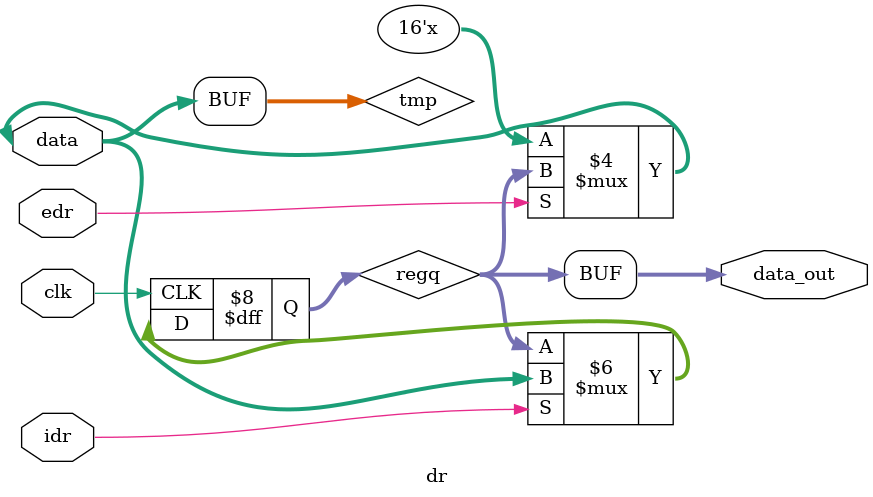
<source format=v>
module dr(
	clk,
	idr,
	edr,
	data,
	data_out
);

input clk,idr,edr;
inout [15:0] data;
output [15:0] data_out;

reg [15:0] regq,tmp;

assign data = tmp;
assign data_out = regq;

always @ (posedge clk)
begin
	if(idr)
	begin
		regq <= data;
	end
end

always @ (regq,edr)
begin
	if(edr)
	begin
		tmp <= regq;
	end
	else
	begin
		tmp <= 16'bZZZZZZZZZZZZZZZZ;
	end
end


endmodule
</source>
